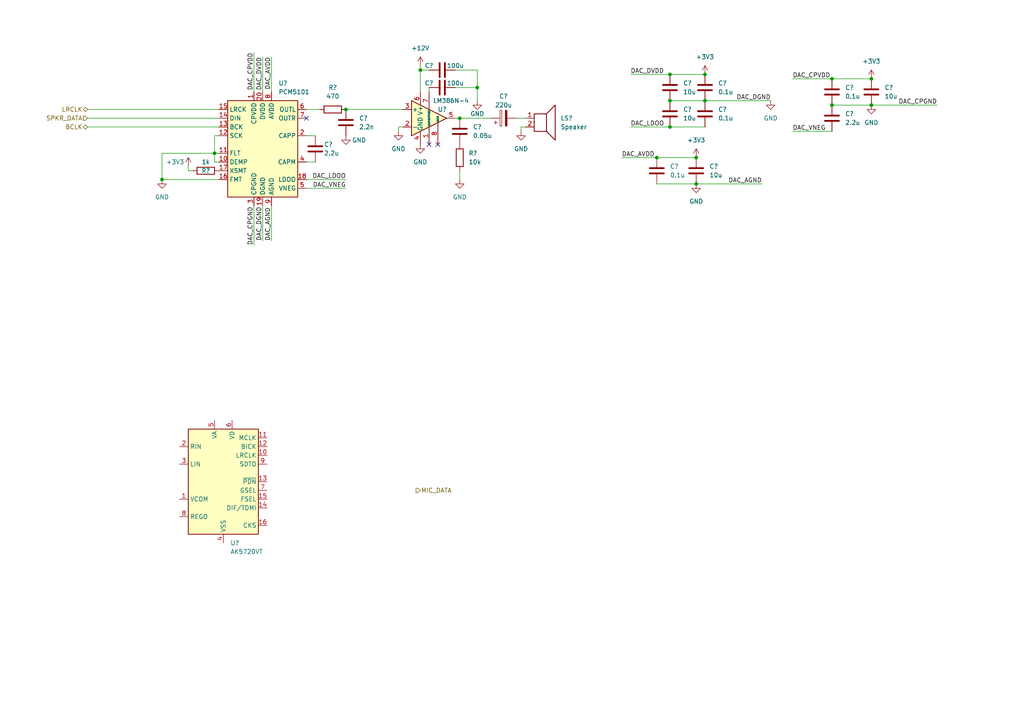
<source format=kicad_sch>
(kicad_sch (version 20211123) (generator eeschema)
  (paper "A4")
  (lib_symbols
    (symbol "Amplifier_Audio:LM386" (pin_names (offset 0.127))
      (property "Reference" "U" (at 1.27 7.62 0))
      (property "Value" "LM386" (at 1.27 5.08 0))
      (symbol "LM386_0_1"
        (polyline (pts (xy 5.08 0) (xy -5.08 5.08) (xy -5.08 -5.08) (xy 5.08 0)) (stroke (width 0.254)) (fill (type background)))
      )
      (symbol "LM386_1_1"
        (pin input line (at 0 -7.62 90) (length 5.08) (name "GAIN") (number "1"))
        (pin input line (at -7.62 -2.54 0) (length 2.54) (name "-") (number "2"))
        (pin input line (at -7.62 2.54 0) (length 2.54) (name "+") (number "3"))
        (pin power_in line (at -2.54 -7.62 90) (length 3.81) (name "GND") (number "4"))
        (pin output line (at 7.62 0 180) (length 2.54) (name "~") (number "5"))
        (pin power_in line (at -2.54 7.62 270) (length 3.81) (name "V+") (number "6"))
        (pin input line (at 0 7.62 270) (length 5.08) (name "BYPASS") (number "7"))
        (pin input line (at 2.54 -7.62 90) (length 6.35) (name "GAIN") (number "8"))
      )
    )
    (symbol "Audio:AK5720VT"
      (property "Reference" "U" (at -8.89 16.51 0))
      (property "Value" "AK5720VT" (at 8.89 16.51 0))
      (symbol "AK5720VT_0_1"
        (rectangle (start -10.16 15.24) (end 10.16 -15.24) (stroke (width 0.254)) (fill (type background)))
      )
      (symbol "AK5720VT_1_1"
        (pin passive line (at -12.7 -5.08 0) (length 2.54) (name "VCOM") (number "1"))
        (pin bidirectional line (at 12.7 7.62 180) (length 2.54) (name "LRCLK") (number "10"))
        (pin input line (at 12.7 12.7 180) (length 2.54) (name "MCLK") (number "11"))
        (pin bidirectional line (at 12.7 10.16 180) (length 2.54) (name "BICK") (number "12"))
        (pin input line (at 12.7 0 180) (length 2.54) (name "~{PDN}") (number "13"))
        (pin input line (at 12.7 -7.62 180) (length 2.54) (name "DIF/TDMI") (number "14"))
        (pin input line (at 12.7 -5.08 180) (length 2.54) (name "FSEL") (number "15"))
        (pin input line (at 12.7 -12.7 180) (length 2.54) (name "CKS") (number "16"))
        (pin input line (at -12.7 10.16 0) (length 2.54) (name "RIN") (number "2"))
        (pin input line (at -12.7 5.08 0) (length 2.54) (name "LIN") (number "3"))
        (pin power_in line (at 0 -17.78 90) (length 2.54) (name "VSS") (number "4"))
        (pin power_in line (at -2.54 17.78 270) (length 2.54) (name "VA") (number "5"))
        (pin power_in line (at 2.54 17.78 270) (length 2.54) (name "VD") (number "6"))
        (pin input line (at 12.7 -2.54 180) (length 2.54) (name "GSEL") (number "7"))
        (pin passive line (at -12.7 -10.16 0) (length 2.54) (name "REGO") (number "8"))
        (pin output line (at 12.7 5.08 180) (length 2.54) (name "SDTO") (number "9"))
      )
    )
    (symbol "Audio:PCM5101"
      (property "Reference" "U" (at -10.16 13.97 0))
      (property "Value" "PCM5101" (at 3.81 13.97 0))
      (symbol "PCM5101_0_1"
        (rectangle (start -10.16 12.7) (end 10.16 -15.24) (stroke (width 0.254)) (fill (type background)))
      )
      (symbol "PCM5101_1_1"
        (pin passive line (at -2.54 15.24 270) (length 2.54) (name "CPVDD") (number "1"))
        (pin input line (at -12.7 -5.08 0) (length 2.54) (name "DEMP") (number "10"))
        (pin input line (at -12.7 -2.54 0) (length 2.54) (name "FLT") (number "11"))
        (pin input line (at -12.7 2.54 0) (length 2.54) (name "SCK") (number "12"))
        (pin input line (at -12.7 5.08 0) (length 2.54) (name "BCK") (number "13"))
        (pin input line (at -12.7 7.62 0) (length 2.54) (name "DIN") (number "14"))
        (pin input line (at -12.7 10.16 0) (length 2.54) (name "LRCK") (number "15"))
        (pin input line (at -12.7 -10.16 0) (length 2.54) (name "FMT") (number "16"))
        (pin input line (at -12.7 -7.62 0) (length 2.54) (name "XSMT") (number "17"))
        (pin passive line (at 12.7 -10.16 180) (length 2.54) (name "LDOO") (number "18"))
        (pin power_in line (at 0 -17.78 90) (length 2.54) (name "DGND") (number "19"))
        (pin passive line (at 12.7 2.54 180) (length 2.54) (name "CAPP") (number "2"))
        (pin power_in line (at 0 15.24 270) (length 2.54) (name "DVDD") (number "20"))
        (pin power_in line (at -2.54 -17.78 90) (length 2.54) (name "CPGND") (number "3"))
        (pin passive line (at 12.7 -5.08 180) (length 2.54) (name "CAPM") (number "4"))
        (pin passive line (at 12.7 -12.7 180) (length 2.54) (name "VNEG") (number "5"))
        (pin output line (at 12.7 10.16 180) (length 2.54) (name "OUTL") (number "6"))
        (pin output line (at 12.7 7.62 180) (length 2.54) (name "OUTR") (number "7"))
        (pin power_in line (at 2.54 15.24 270) (length 2.54) (name "AVDD") (number "8"))
        (pin power_in line (at 2.54 -17.78 90) (length 2.54) (name "AGND") (number "9"))
      )
    )
    (symbol "Device:C" (pin_numbers hide) (pin_names (offset 0.254))
      (property "Reference" "C" (at 0.635 2.54 0))
      (property "Value" "C" (at 0.635 -2.54 0))
      (symbol "C_0_1"
        (polyline (pts (xy -2.032 -0.762) (xy 2.032 -0.762)) (stroke (width 0.508)))
        (polyline (pts (xy -2.032 0.762) (xy 2.032 0.762)) (stroke (width 0.508)))
      )
      (symbol "C_1_1"
        (pin passive line (at 0 3.81 270) (length 2.794) (name "~") (number "1"))
        (pin passive line (at 0 -3.81 90) (length 2.794) (name "~") (number "2"))
      )
    )
    (symbol "Device:C_Polarized" (pin_numbers hide) (pin_names (offset 0.254))
      (property "Reference" "C" (at 0.635 2.54 0))
      (property "Value" "C_Polarized" (at 0.635 -2.54 0))
      (symbol "C_Polarized_0_1"
        (rectangle (start -2.286 0.508) (end 2.286 1.016))
        (polyline (pts (xy -1.778 2.286) (xy -0.762 2.286)))
        (polyline (pts (xy -1.27 2.794) (xy -1.27 1.778)))
        (rectangle (start 2.286 -0.508) (end -2.286 -1.016) (fill (type outline)))
      )
      (symbol "C_Polarized_1_1"
        (pin passive line (at 0 3.81 270) (length 2.794) (name "~") (number "1"))
        (pin passive line (at 0 -3.81 90) (length 2.794) (name "~") (number "2"))
      )
    )
    (symbol "Device:R" (pin_numbers hide) (pin_names (offset 0))
      (property "Reference" "R" (at 2.032 0 90))
      (property "Value" "R" (at 0 0 90))
      (symbol "R_0_1"
        (rectangle (start -1.016 -2.54) (end 1.016 2.54) (stroke (width 0.254)))
      )
      (symbol "R_1_1"
        (pin passive line (at 0 3.81 270) (length 1.27) (name "~") (number "1"))
        (pin passive line (at 0 -3.81 90) (length 1.27) (name "~") (number "2"))
      )
    )
    (symbol "Device:Speaker" (pin_names (offset 0) hide)
      (property "Reference" "LS" (at 1.27 5.715 0))
      (property "Value" "Speaker" (at 1.27 3.81 0))
      (symbol "Speaker_0_0"
        (rectangle (start -2.54 1.27) (end 1.016 -3.81) (stroke (width 0.254)))
        (polyline (pts (xy 1.016 1.27) (xy 3.556 3.81) (xy 3.556 -6.35) (xy 1.016 -3.81)) (stroke (width 0.254)))
      )
      (symbol "Speaker_1_1"
        (pin input line (at -5.08 0 0) (length 2.54) (name "1") (number "1"))
        (pin input line (at -5.08 -2.54 0) (length 2.54) (name "2") (number "2"))
      )
    )
    (symbol "power:+12V" (power) (pin_names (offset 0))
      (property "Value" "+12V" (at 0 3.556 0))
      (symbol "+12V_0_1"
        (polyline (pts (xy -0.762 1.27) (xy 0 2.54)))
        (polyline (pts (xy 0 0) (xy 0 2.54)))
        (polyline (pts (xy 0 2.54) (xy 0.762 1.27)))
      )
      (symbol "+12V_1_1"
        (pin power_in line (at 0 0 90) (length 0) hide (name "+12V") (number "1"))
      )
    )
    (symbol "power:+3V3" (power) (pin_names (offset 0))
      (property "Value" "+3V3" (at 0 3.556 0))
      (symbol "+3V3_0_1"
        (polyline (pts (xy -0.762 1.27) (xy 0 2.54)))
        (polyline (pts (xy 0 0) (xy 0 2.54)))
        (polyline (pts (xy 0 2.54) (xy 0.762 1.27)))
      )
      (symbol "+3V3_1_1"
        (pin power_in line (at 0 0 90) (length 0) hide (name "+3V3") (number "1"))
      )
    )
    (symbol "power:GND" (power) (pin_names (offset 0))
      (property "Value" "GND" (at 0 -3.81 0))
      (symbol "GND_0_1"
        (polyline (pts (xy 0 0) (xy 0 -1.27) (xy 1.27 -1.27) (xy 0 -2.54) (xy -1.27 -1.27) (xy 0 -1.27)))
      )
      (symbol "GND_1_1"
        (pin power_in line (at 0 0 270) (length 0) hide (name "GND") (number "1"))
      )
    )
  )
  (junction (at 204.47 29.21))
  (junction (at 121.92 20.32))
  (junction (at 62.23 44.45))
  (junction (at 138.43 25.4))
  (junction (at 100.33 31.75))
  (junction (at 46.99 52.07))
  (junction (at 241.3 30.48))
  (junction (at 201.93 45.72))
  (junction (at 194.31 29.21))
  (junction (at 201.93 53.34))
  (junction (at 194.31 36.83))
  (junction (at 194.31 21.59))
  (junction (at 241.3 22.86))
  (junction (at 252.73 30.48))
  (junction (at 204.47 21.59))
  (junction (at 133.35 34.29))
  (junction (at 252.73 22.86))
  (junction (at 190.5 45.72))
  (no_connect (at 124.46 41.91))
  (no_connect (at 88.9 34.29))
  (no_connect (at 127 41.91))
  (wire (pts (xy 78.74 59.69) (xy 78.74 69.85)))
  (wire (pts (xy 229.87 22.86) (xy 241.3 22.86)))
  (wire (pts (xy 182.88 36.83) (xy 194.31 36.83)))
  (wire (pts (xy 76.2 59.69) (xy 76.2 69.85)))
  (wire (pts (xy 149.86 34.29) (xy 152.4 34.29)))
  (wire (pts (xy 223.52 29.21) (xy 204.47 29.21)))
  (wire (pts (xy 78.74 16.51) (xy 78.74 26.67)))
  (wire (pts (xy 115.57 36.83) (xy 116.84 36.83)))
  (wire (pts (xy 73.66 15.24) (xy 73.66 26.67)))
  (wire (pts (xy 88.9 46.99) (xy 91.44 46.99)))
  (wire (pts (xy 88.9 54.61) (xy 100.33 54.61)))
  (wire (pts (xy 62.23 39.37) (xy 62.23 44.45)))
  (wire (pts (xy 133.35 49.53) (xy 133.35 52.07)))
  (wire (pts (xy 252.73 30.48) (xy 271.78 30.48)))
  (wire (pts (xy 121.92 19.05) (xy 121.92 20.32)))
  (wire (pts (xy 138.43 29.21) (xy 138.43 25.4)))
  (wire (pts (xy 88.9 52.07) (xy 100.33 52.07)))
  (wire (pts (xy 182.88 21.59) (xy 194.31 21.59)))
  (wire (pts (xy 63.5 46.99) (xy 62.23 46.99)))
  (wire (pts (xy 55.88 49.53) (xy 54.61 49.53)))
  (wire (pts (xy 133.35 34.29) (xy 142.24 34.29)))
  (wire (pts (xy 121.92 20.32) (xy 121.92 26.67)))
  (wire (pts (xy 190.5 53.34) (xy 201.93 53.34)))
  (wire (pts (xy 46.99 52.07) (xy 63.5 52.07)))
  (wire (pts (xy 121.92 20.32) (xy 124.46 20.32)))
  (wire (pts (xy 194.31 36.83) (xy 204.47 36.83)))
  (wire (pts (xy 132.08 25.4) (xy 138.43 25.4)))
  (wire (pts (xy 201.93 53.34) (xy 220.98 53.34)))
  (wire (pts (xy 115.57 36.83) (xy 115.57 38.1)))
  (wire (pts (xy 194.31 21.59) (xy 204.47 21.59)))
  (wire (pts (xy 76.2 16.51) (xy 76.2 26.67)))
  (wire (pts (xy 25.4 34.29) (xy 63.5 34.29)))
  (wire (pts (xy 190.5 45.72) (xy 201.93 45.72)))
  (wire (pts (xy 229.87 38.1) (xy 241.3 38.1)))
  (wire (pts (xy 88.9 39.37) (xy 91.44 39.37)))
  (wire (pts (xy 62.23 44.45) (xy 63.5 44.45)))
  (wire (pts (xy 62.23 44.45) (xy 46.99 44.45)))
  (wire (pts (xy 180.34 45.72) (xy 190.5 45.72)))
  (wire (pts (xy 73.66 59.69) (xy 73.66 71.12)))
  (wire (pts (xy 88.9 31.75) (xy 92.71 31.75)))
  (wire (pts (xy 62.23 46.99) (xy 62.23 44.45)))
  (wire (pts (xy 132.08 34.29) (xy 133.35 34.29)))
  (wire (pts (xy 241.3 22.86) (xy 252.73 22.86)))
  (wire (pts (xy 241.3 30.48) (xy 252.73 30.48)))
  (wire (pts (xy 124.46 25.4) (xy 124.46 26.67)))
  (wire (pts (xy 25.4 36.83) (xy 63.5 36.83)))
  (wire (pts (xy 54.61 49.53) (xy 54.61 48.26)))
  (wire (pts (xy 62.23 39.37) (xy 63.5 39.37)))
  (wire (pts (xy 194.31 29.21) (xy 204.47 29.21)))
  (wire (pts (xy 100.33 31.75) (xy 116.84 31.75)))
  (wire (pts (xy 151.13 38.1) (xy 151.13 36.83)))
  (wire (pts (xy 138.43 20.32) (xy 138.43 25.4)))
  (wire (pts (xy 25.4 31.75) (xy 63.5 31.75)))
  (wire (pts (xy 132.08 20.32) (xy 138.43 20.32)))
  (wire (pts (xy 151.13 36.83) (xy 152.4 36.83)))
  (wire (pts (xy 46.99 44.45) (xy 46.99 52.07)))
  (label "DAC_DVDD" (at 182.88 21.59 0))
  (label "DAC_LDOO" (at 100.33 52.07 180))
  (label "DAC_AGND" (at 220.98 53.34 180))
  (label "DAC_LDOO" (at 182.88 36.83 0))
  (label "DAC_AVDD" (at 78.74 16.51 270))
  (label "DAC_DGND" (at 223.52 29.21 180))
  (label "DAC_DVDD" (at 76.2 16.51 270))
  (label "DAC_CPVDD" (at 229.87 22.86 0))
  (label "DAC_VNEG" (at 229.87 38.1 0))
  (label "DAC_AVDD" (at 180.34 45.72 0))
  (label "DAC_VNEG" (at 100.33 54.61 180))
  (label "DAC_AGND" (at 78.74 69.85 90))
  (label "DAC_CPVDD" (at 73.66 15.24 270))
  (label "DAC_DGND" (at 76.2 69.85 90))
  (label "DAC_CPGND" (at 73.66 71.12 90))
  (label "DAC_CPGND" (at 271.78 30.48 180))
  (hierarchical_label "SPKR_DATA" (shape input) (at 25.4 34.29 180))
  (hierarchical_label "LRCLK" (shape bidirectional) (at 25.4 31.75 180))
  (hierarchical_label "BCLK" (shape bidirectional) (at 25.4 36.83 180))
  (hierarchical_label "MIC_DATA" (shape output) (at 120.65 142.24 0))
  (symbol (lib_id "power:GND") (at 201.93 53.34 0) (unit 1)
    (property "Reference" "#PWR?" (effects hide))
    (property "Value" "GND" (at 201.93 58.42 0))
  )
  (symbol (lib_id "Device:C") (at 241.3 26.67 0) (unit 1)
    (property "Reference" "C?" (at 245.11 25.3999 0) (effects (justify left)))
    (property "Value" "0.1u" (at 245.11 27.9399 0) (effects (justify left)))
  )
  (symbol (lib_id "power:GND") (at 223.52 29.21 0) (unit 1)
    (property "Reference" "#PWR?" (effects hide))
    (property "Value" "GND" (at 223.52 34.29 0))
  )
  (symbol (lib_id "Amplifier_Audio:LM386") (at 124.46 34.29 0) (unit 1)
    (property "Reference" "U?" (at 128.27 31.75 0))
    (property "Value" "LM386N-4" (at 130.81 29.21 0))
    (property "Datasheet" "http://www.ti.com/lit/ds/symlink/lm386.pdf" (effects hide))
  )
  (symbol (lib_id "Device:Speaker") (at 157.48 34.29 0) (unit 1)
    (property "Reference" "LS?" (at 162.56 34.2899 0) (effects (justify left)))
    (property "Value" "Speaker" (at 162.56 36.8299 0) (effects (justify left)))
  )
  (symbol (lib_id "Audio:AK5720VT") (at 64.77 139.7 0) (unit 1)
    (property "Reference" "U?" (at 66.7894 157.48 0) (effects (justify left)))
    (property "Value" "AK5720VT" (at 66.7894 160.02 0) (effects (justify left)))
    (property "Footprint" "Package_SO:TSSOP-16_4.4x5mm_P0.65mm" (effects hide))
    (property "Datasheet" "https://www.akm.com/akm/en/file/datasheet/AK5720VT.pdf" (effects hide))
  )
  (symbol (lib_id "Device:R") (at 133.35 45.72 0) (unit 1)
    (property "Reference" "R?" (at 135.89 44.4499 0) (effects (justify left)))
    (property "Value" "10k" (at 135.89 46.9899 0) (effects (justify left)))
  )
  (symbol (lib_id "power:GND") (at 151.13 38.1 0) (unit 1)
    (property "Reference" "#PWR?" (effects hide))
    (property "Value" "GND" (at 151.13 43.18 0))
  )
  (symbol (lib_id "power:GND") (at 138.43 29.21 0) (unit 1)
    (property "Reference" "#PWR?" (effects hide))
    (property "Value" "GND" (at 138.43 33.02 0))
  )
  (symbol (lib_id "power:+3V3") (at 54.61 48.26 0) (unit 1)
    (property "Reference" "#PWR?" (effects hide))
    (property "Value" "+3V3" (at 50.8 46.99 0))
  )
  (symbol (lib_id "Device:C_Polarized") (at 146.05 34.29 90) (unit 1)
    (property "Reference" "C?" (at 146.05 27.94 90))
    (property "Value" "220u" (at 146.05 30.48 90))
  )
  (symbol (lib_id "power:GND") (at 100.33 39.37 0) (unit 1)
    (property "Reference" "#PWR?" (effects hide))
    (property "Value" "GND" (at 104.14 40.64 0))
  )
  (symbol (lib_id "power:+3V3") (at 252.73 22.86 0) (unit 1)
    (property "Reference" "#PWR?" (effects hide))
    (property "Value" "+3V3" (at 252.73 17.78 0))
  )
  (symbol (lib_id "Device:C") (at 194.31 33.02 0) (unit 1)
    (property "Reference" "C?" (at 198.12 31.7499 0) (effects (justify left)))
    (property "Value" "10u" (at 198.12 34.2899 0) (effects (justify left)))
  )
  (symbol (lib_id "Device:C") (at 133.35 38.1 0) (unit 1)
    (property "Reference" "C?" (at 137.16 36.8299 0) (effects (justify left)))
    (property "Value" "0.05u" (at 137.16 39.3699 0) (effects (justify left)))
  )
  (symbol (lib_id "power:GND") (at 121.92 41.91 0) (unit 1)
    (property "Reference" "#PWR?" (effects hide))
    (property "Value" "GND" (at 121.92 46.99 0))
  )
  (symbol (lib_id "Device:R") (at 59.69 49.53 90) (unit 1)
    (property "Reference" "R?" (at 59.69 49.53 90))
    (property "Value" "1k" (at 59.69 46.99 90))
  )
  (symbol (lib_id "Device:R") (at 96.52 31.75 90) (unit 1)
    (property "Reference" "R?" (at 96.52 25.4 90))
    (property "Value" "470" (at 96.52 27.94 90))
  )
  (symbol (lib_id "Device:C") (at 100.33 35.56 0) (unit 1)
    (property "Reference" "C?" (at 104.14 34.2899 0) (effects (justify left)))
    (property "Value" "2.2n" (at 104.14 36.8299 0) (effects (justify left)))
  )
  (symbol (lib_id "power:GND") (at 115.57 38.1 0) (unit 1)
    (property "Reference" "#PWR?" (effects hide))
    (property "Value" "GND" (at 115.57 43.18 0))
  )
  (symbol (lib_id "Device:C") (at 190.5 49.53 0) (unit 1)
    (property "Reference" "C?" (at 194.31 48.2599 0) (effects (justify left)))
    (property "Value" "0.1u" (at 194.31 50.7999 0) (effects (justify left)))
  )
  (symbol (lib_id "Device:C") (at 241.3 34.29 0) (unit 1)
    (property "Reference" "C?" (at 245.11 33.0199 0) (effects (justify left)))
    (property "Value" "2.2u" (at 245.11 35.5599 0) (effects (justify left)))
  )
  (symbol (lib_id "power:+3V3") (at 204.47 21.59 0) (unit 1)
    (property "Reference" "#PWR?" (effects hide))
    (property "Value" "+3V3" (at 204.47 16.51 0))
  )
  (symbol (lib_id "power:+12V") (at 121.92 19.05 0) (unit 1)
    (property "Reference" "#PWR?" (effects hide))
    (property "Value" "+12V" (at 121.92 13.97 0))
  )
  (symbol (lib_id "power:GND") (at 252.73 30.48 0) (unit 1)
    (property "Reference" "#PWR?" (effects hide))
    (property "Value" "GND" (at 252.73 35.56 0))
  )
  (symbol (lib_id "power:GND") (at 133.35 52.07 0) (unit 1)
    (property "Reference" "#PWR?" (effects hide))
    (property "Value" "GND" (at 133.35 57.15 0))
  )
  (symbol (lib_id "Device:C") (at 252.73 26.67 0) (unit 1)
    (property "Reference" "C?" (at 256.54 25.3999 0) (effects (justify left)))
    (property "Value" "10u" (at 256.54 27.9399 0) (effects (justify left)))
  )
  (symbol (lib_id "Device:C") (at 201.93 49.53 0) (unit 1)
    (property "Reference" "C?" (at 205.74 48.2599 0) (effects (justify left)))
    (property "Value" "10u" (at 205.74 50.7999 0) (effects (justify left)))
  )
  (symbol (lib_id "Audio:PCM5101") (at 76.2 41.91 0) (unit 1)
    (property "Reference" "U?" (at 80.7594 24.13 0) (effects (justify left)))
    (property "Value" "PCM5101" (at 80.7594 26.67 0) (effects (justify left)))
    (property "Footprint" "Package_SO:TSSOP-20_4.4x6.5mm_P0.65mm" (effects hide))
    (property "Datasheet" "http://www.ti.com/lit/ds/symlink/pcm5101.pdf" (effects hide))
  )
  (symbol (lib_id "Device:C") (at 194.31 25.4 0) (unit 1)
    (property "Reference" "C?" (at 198.12 24.1299 0) (effects (justify left)))
    (property "Value" "10u" (at 198.12 26.6699 0) (effects (justify left)))
  )
  (symbol (lib_id "power:GND") (at 46.99 52.07 0) (unit 1)
    (property "Reference" "#PWR?" (effects hide))
    (property "Value" "GND" (at 46.99 57.15 0))
  )
  (symbol (lib_id "Device:C") (at 204.47 25.4 0) (unit 1)
    (property "Reference" "C?" (at 208.28 24.1299 0) (effects (justify left)))
    (property "Value" "0.1u" (at 208.28 26.6699 0) (effects (justify left)))
  )
  (symbol (lib_id "Device:C") (at 204.47 33.02 0) (unit 1)
    (property "Reference" "C?" (at 208.28 31.7499 0) (effects (justify left)))
    (property "Value" "0.1u" (at 208.28 34.2899 0) (effects (justify left)))
  )
  (symbol (lib_id "Device:C") (at 128.27 25.4 90) (unit 1)
    (property "Reference" "C?" (at 124.46 24.13 90))
    (property "Value" "100u" (at 132.08 24.13 90))
  )
  (symbol (lib_id "power:+3V3") (at 201.93 45.72 0) (unit 1)
    (property "Reference" "#PWR?" (effects hide))
    (property "Value" "+3V3" (at 201.93 40.64 0))
  )
  (symbol (lib_id "Device:C") (at 91.44 43.18 0) (unit 1)
    (property "Reference" "C?" (at 93.98 41.91 0) (effects (justify left)))
    (property "Value" "2.2u" (at 93.98 44.45 0) (effects (justify left)))
  )
  (symbol (lib_id "Device:C") (at 128.27 20.32 90) (unit 1)
    (property "Reference" "C?" (at 124.46 19.05 90))
    (property "Value" "100u" (at 132.08 19.05 90))
  )
)
</source>
